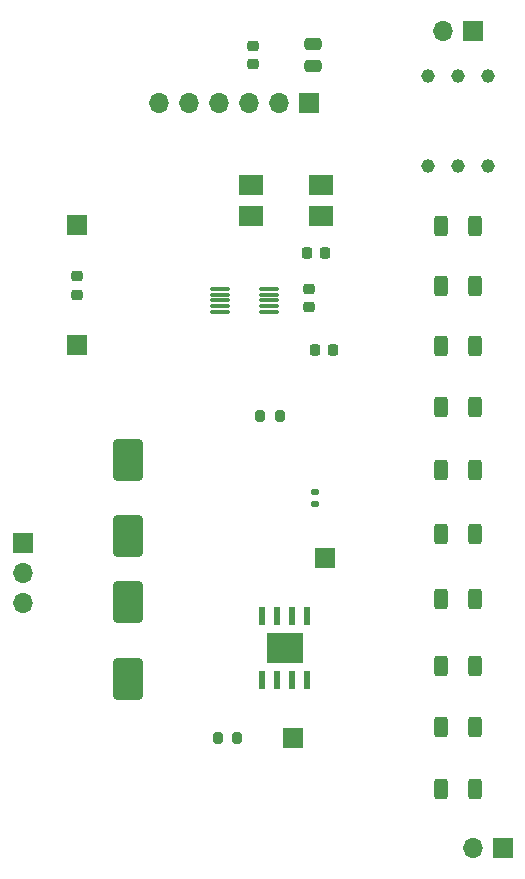
<source format=gbr>
%TF.GenerationSoftware,KiCad,Pcbnew,8.0.4*%
%TF.CreationDate,2024-08-18T15:43:04+02:00*%
%TF.ProjectId,megaboard-01,6d656761-626f-4617-9264-2d30312e6b69,rev?*%
%TF.SameCoordinates,Original*%
%TF.FileFunction,Soldermask,Top*%
%TF.FilePolarity,Negative*%
%FSLAX46Y46*%
G04 Gerber Fmt 4.6, Leading zero omitted, Abs format (unit mm)*
G04 Created by KiCad (PCBNEW 8.0.4) date 2024-08-18 15:43:04*
%MOMM*%
%LPD*%
G01*
G04 APERTURE LIST*
G04 Aperture macros list*
%AMRoundRect*
0 Rectangle with rounded corners*
0 $1 Rounding radius*
0 $2 $3 $4 $5 $6 $7 $8 $9 X,Y pos of 4 corners*
0 Add a 4 corners polygon primitive as box body*
4,1,4,$2,$3,$4,$5,$6,$7,$8,$9,$2,$3,0*
0 Add four circle primitives for the rounded corners*
1,1,$1+$1,$2,$3*
1,1,$1+$1,$4,$5*
1,1,$1+$1,$6,$7*
1,1,$1+$1,$8,$9*
0 Add four rect primitives between the rounded corners*
20,1,$1+$1,$2,$3,$4,$5,0*
20,1,$1+$1,$4,$5,$6,$7,0*
20,1,$1+$1,$6,$7,$8,$9,0*
20,1,$1+$1,$8,$9,$2,$3,0*%
G04 Aperture macros list end*
%ADD10RoundRect,0.250000X-0.312500X-0.625000X0.312500X-0.625000X0.312500X0.625000X-0.312500X0.625000X0*%
%ADD11RoundRect,0.135000X-0.185000X0.135000X-0.185000X-0.135000X0.185000X-0.135000X0.185000X0.135000X0*%
%ADD12RoundRect,0.250000X-1.000000X1.500000X-1.000000X-1.500000X1.000000X-1.500000X1.000000X1.500000X0*%
%ADD13RoundRect,0.225000X0.225000X0.250000X-0.225000X0.250000X-0.225000X-0.250000X0.225000X-0.250000X0*%
%ADD14RoundRect,0.250000X-0.475000X0.250000X-0.475000X-0.250000X0.475000X-0.250000X0.475000X0.250000X0*%
%ADD15RoundRect,0.087500X0.725000X0.087500X-0.725000X0.087500X-0.725000X-0.087500X0.725000X-0.087500X0*%
%ADD16R,1.700000X1.700000*%
%ADD17O,1.700000X1.700000*%
%ADD18RoundRect,0.225000X0.250000X-0.225000X0.250000X0.225000X-0.250000X0.225000X-0.250000X-0.225000X0*%
%ADD19RoundRect,0.200000X-0.200000X-0.275000X0.200000X-0.275000X0.200000X0.275000X-0.200000X0.275000X0*%
%ADD20RoundRect,0.225000X-0.250000X0.225000X-0.250000X-0.225000X0.250000X-0.225000X0.250000X0.225000X0*%
%ADD21C,1.173000*%
%ADD22RoundRect,0.200000X0.200000X0.275000X-0.200000X0.275000X-0.200000X-0.275000X0.200000X-0.275000X0*%
%ADD23R,2.100000X1.700000*%
%ADD24R,0.600000X1.550000*%
%ADD25R,3.100000X2.600000*%
G04 APERTURE END LIST*
D10*
%TO.C,R8*%
X161787500Y-99510000D03*
X164712500Y-99510000D03*
%TD*%
D11*
%TO.C,R3*%
X151150000Y-101410000D03*
X151150000Y-102430000D03*
%TD*%
D10*
%TO.C,R6*%
X161787500Y-89005000D03*
X164712500Y-89005000D03*
%TD*%
D12*
%TO.C,C7*%
X135275000Y-98670000D03*
X135275000Y-105170000D03*
%TD*%
D10*
%TO.C,R12*%
X161787500Y-121265000D03*
X164712500Y-121265000D03*
%TD*%
D13*
%TO.C,C6*%
X152030000Y-81171250D03*
X150480000Y-81171250D03*
%TD*%
D14*
%TO.C,C3*%
X150970000Y-63476250D03*
X150970000Y-65376250D03*
%TD*%
D10*
%TO.C,R4*%
X161787500Y-78845000D03*
X164712500Y-78845000D03*
%TD*%
%TO.C,R7*%
X161787500Y-94200000D03*
X164712500Y-94200000D03*
%TD*%
D15*
%TO.C,U2*%
X147287500Y-86188750D03*
X147287500Y-85688750D03*
X147287500Y-85188750D03*
X147287500Y-84688750D03*
X147287500Y-84188750D03*
X143062500Y-84188750D03*
X143062500Y-84688750D03*
X143062500Y-85188750D03*
X143062500Y-85688750D03*
X143062500Y-86188750D03*
%TD*%
D16*
%TO.C,J3*%
X126385000Y-105730000D03*
D17*
X126385000Y-108270000D03*
X126385000Y-110810000D03*
%TD*%
D10*
%TO.C,R10*%
X161787500Y-110475000D03*
X164712500Y-110475000D03*
%TD*%
D18*
%TO.C,C1*%
X131000000Y-84695000D03*
X131000000Y-83145000D03*
%TD*%
D10*
%TO.C,R11*%
X161787500Y-116130000D03*
X164712500Y-116130000D03*
%TD*%
D16*
%TO.C,J2*%
X131000000Y-78840000D03*
%TD*%
D10*
%TO.C,R5*%
X161787500Y-83985000D03*
X164712500Y-83985000D03*
%TD*%
D19*
%TO.C,R1*%
X142895000Y-122240000D03*
X144545000Y-122240000D03*
%TD*%
D20*
%TO.C,C2*%
X150620000Y-84206250D03*
X150620000Y-85756250D03*
%TD*%
D16*
%TO.C,J4*%
X149245000Y-122240000D03*
%TD*%
D21*
%TO.C,T1*%
X165790000Y-66145000D03*
X163250000Y-66145000D03*
X160710000Y-66145000D03*
X160710000Y-73765000D03*
X163250000Y-73765000D03*
X165790000Y-73765000D03*
%TD*%
D20*
%TO.C,C4*%
X145890000Y-63651250D03*
X145890000Y-65201250D03*
%TD*%
D16*
%TO.C,J7*%
X167060000Y-131550000D03*
D17*
X164520000Y-131550000D03*
%TD*%
D10*
%TO.C,R13*%
X161787500Y-126515000D03*
X164712500Y-126515000D03*
%TD*%
D16*
%TO.C,J8*%
X164520000Y-62335000D03*
D17*
X161980000Y-62335000D03*
%TD*%
D22*
%TO.C,R2*%
X148165000Y-94935000D03*
X146515000Y-94935000D03*
%TD*%
D23*
%TO.C,X1*%
X151665000Y-75376250D03*
X145765000Y-75376250D03*
X145765000Y-78076250D03*
X151665000Y-78076250D03*
%TD*%
D24*
%TO.C,U1*%
X146670000Y-117285000D03*
X147940000Y-117285000D03*
X149210000Y-117285000D03*
X150480000Y-117285000D03*
X150480000Y-111885000D03*
X149210000Y-111885000D03*
X147940000Y-111885000D03*
X146670000Y-111885000D03*
D25*
X148575000Y-114585000D03*
%TD*%
D16*
%TO.C,J1*%
X131000000Y-89000000D03*
%TD*%
D10*
%TO.C,R9*%
X161787500Y-104935000D03*
X164712500Y-104935000D03*
%TD*%
D16*
%TO.C,J5*%
X152000000Y-107000000D03*
%TD*%
D12*
%TO.C,C8*%
X135275000Y-110735000D03*
X135275000Y-117235000D03*
%TD*%
D13*
%TO.C,C5*%
X152665000Y-89426250D03*
X151115000Y-89426250D03*
%TD*%
D16*
%TO.C,J6*%
X150620000Y-68471250D03*
D17*
X148080000Y-68471250D03*
X145540000Y-68471250D03*
X143000000Y-68471250D03*
X140460000Y-68471250D03*
X137920000Y-68471250D03*
%TD*%
M02*

</source>
